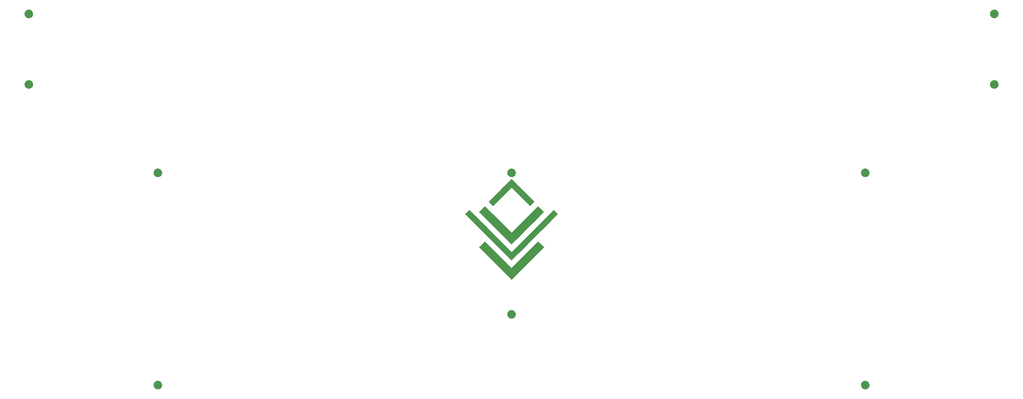
<source format=gbr>
G04 #@! TF.GenerationSoftware,KiCad,Pcbnew,(5.99.0-176-g31e38f2fd)*
G04 #@! TF.CreationDate,2019-12-28T01:19:51+01:00*
G04 #@! TF.ProjectId,5x14_ortho_keyboard_elite-c_backplate,35783134-5f6f-4727-9468-6f5f6b657962,rev?*
G04 #@! TF.SameCoordinates,Original*
G04 #@! TF.FileFunction,Soldermask,Bot*
G04 #@! TF.FilePolarity,Negative*
%FSLAX46Y46*%
G04 Gerber Fmt 4.6, Leading zero omitted, Abs format (unit mm)*
G04 Created by KiCad (PCBNEW (5.99.0-176-g31e38f2fd)) date 2019-12-28 01:19:51*
%MOMM*%
%LPD*%
G04 APERTURE LIST*
%ADD10C,0.010000*%
%ADD11C,0.100000*%
G04 APERTURE END LIST*
D10*
G36*
X149199682Y-83444810D02*
G01*
X149233048Y-83476119D01*
X149294096Y-83535173D01*
X149381411Y-83620566D01*
X149493577Y-83730892D01*
X149629178Y-83864745D01*
X149786800Y-84020720D01*
X149965026Y-84197410D01*
X150162441Y-84393409D01*
X150377630Y-84607313D01*
X150609175Y-84837714D01*
X150855663Y-85083208D01*
X151115678Y-85342388D01*
X151387803Y-85613848D01*
X151670624Y-85896184D01*
X151962724Y-86187988D01*
X152262689Y-86487855D01*
X155310573Y-89535794D01*
X154749836Y-90096830D01*
X154189100Y-90657866D01*
X151691308Y-88160141D01*
X149193517Y-85662416D01*
X144198333Y-90657734D01*
X143637414Y-90096814D01*
X143076494Y-89535895D01*
X146124428Y-86487906D01*
X146297575Y-86314790D01*
X146593198Y-86019379D01*
X146880145Y-85732838D01*
X147156999Y-85456573D01*
X147422345Y-85191991D01*
X147674767Y-84940496D01*
X147912850Y-84703495D01*
X148135177Y-84482394D01*
X148340335Y-84278598D01*
X148526906Y-84093513D01*
X148693475Y-83928544D01*
X148838627Y-83785099D01*
X148960946Y-83664582D01*
X149059017Y-83568400D01*
X149131424Y-83497957D01*
X149176751Y-83454661D01*
X149193583Y-83439917D01*
X149199682Y-83444810D01*
X149199682Y-83444810D01*
G37*
X149199682Y-83444810D02*
X149233048Y-83476119D01*
X149294096Y-83535173D01*
X149381411Y-83620566D01*
X149493577Y-83730892D01*
X149629178Y-83864745D01*
X149786800Y-84020720D01*
X149965026Y-84197410D01*
X150162441Y-84393409D01*
X150377630Y-84607313D01*
X150609175Y-84837714D01*
X150855663Y-85083208D01*
X151115678Y-85342388D01*
X151387803Y-85613848D01*
X151670624Y-85896184D01*
X151962724Y-86187988D01*
X152262689Y-86487855D01*
X155310573Y-89535794D01*
X154749836Y-90096830D01*
X154189100Y-90657866D01*
X151691308Y-88160141D01*
X149193517Y-85662416D01*
X144198333Y-90657734D01*
X143637414Y-90096814D01*
X143076494Y-89535895D01*
X146124428Y-86487906D01*
X146297575Y-86314790D01*
X146593198Y-86019379D01*
X146880145Y-85732838D01*
X147156999Y-85456573D01*
X147422345Y-85191991D01*
X147674767Y-84940496D01*
X147912850Y-84703495D01*
X148135177Y-84482394D01*
X148340335Y-84278598D01*
X148526906Y-84093513D01*
X148693475Y-83928544D01*
X148838627Y-83785099D01*
X148960946Y-83664582D01*
X149059017Y-83568400D01*
X149131424Y-83497957D01*
X149176751Y-83454661D01*
X149193583Y-83439917D01*
X149199682Y-83444810D01*
G36*
X149193552Y-97896734D02*
G01*
X152776020Y-94314313D01*
X156358488Y-90731893D01*
X157914195Y-92287600D01*
X153553902Y-96647931D01*
X149193609Y-101008263D01*
X140472959Y-92287613D01*
X142028695Y-90731877D01*
X149193552Y-97896734D01*
X149193552Y-97896734D01*
G37*
X149193552Y-97896734D02*
X152776020Y-94314313D01*
X156358488Y-90731893D01*
X157914195Y-92287600D01*
X153553902Y-96647931D01*
X149193609Y-101008263D01*
X140472959Y-92287613D01*
X142028695Y-90731877D01*
X149193552Y-97896734D01*
G36*
X161105075Y-92303509D02*
G01*
X161660686Y-92859120D01*
X155427144Y-99092689D01*
X149193601Y-105326259D01*
X142960088Y-99092745D01*
X136726574Y-92859231D01*
X137276676Y-92308824D01*
X137280528Y-92304970D01*
X137406093Y-92179929D01*
X137522587Y-92064996D01*
X137626554Y-91963500D01*
X137714542Y-91878767D01*
X137783095Y-91814123D01*
X137828760Y-91772898D01*
X137848083Y-91758417D01*
X137854455Y-91763853D01*
X137888390Y-91796263D01*
X137950587Y-91856966D01*
X138040012Y-91944932D01*
X138155631Y-92059130D01*
X138296408Y-92198530D01*
X138461311Y-92362102D01*
X138649304Y-92548815D01*
X138859354Y-92757638D01*
X139090425Y-92987542D01*
X139341485Y-93237496D01*
X139611498Y-93506470D01*
X139899431Y-93793433D01*
X140204248Y-94097354D01*
X140524917Y-94417204D01*
X140860401Y-94751952D01*
X141209668Y-95100567D01*
X141571683Y-95462020D01*
X141945412Y-95835279D01*
X142329820Y-96219315D01*
X142723873Y-96613097D01*
X143126537Y-97015594D01*
X143536777Y-97425777D01*
X149204167Y-103093137D01*
X154876816Y-97420518D01*
X160549465Y-91747898D01*
X161105075Y-92303509D01*
X161105075Y-92303509D01*
G37*
X161105075Y-92303509D02*
X161660686Y-92859120D01*
X155427144Y-99092689D01*
X149193601Y-105326259D01*
X142960088Y-99092745D01*
X136726574Y-92859231D01*
X137276676Y-92308824D01*
X137280528Y-92304970D01*
X137406093Y-92179929D01*
X137522587Y-92064996D01*
X137626554Y-91963500D01*
X137714542Y-91878767D01*
X137783095Y-91814123D01*
X137828760Y-91772898D01*
X137848083Y-91758417D01*
X137854455Y-91763853D01*
X137888390Y-91796263D01*
X137950587Y-91856966D01*
X138040012Y-91944932D01*
X138155631Y-92059130D01*
X138296408Y-92198530D01*
X138461311Y-92362102D01*
X138649304Y-92548815D01*
X138859354Y-92757638D01*
X139090425Y-92987542D01*
X139341485Y-93237496D01*
X139611498Y-93506470D01*
X139899431Y-93793433D01*
X140204248Y-94097354D01*
X140524917Y-94417204D01*
X140860401Y-94751952D01*
X141209668Y-95100567D01*
X141571683Y-95462020D01*
X141945412Y-95835279D01*
X142329820Y-96219315D01*
X142723873Y-96613097D01*
X143126537Y-97015594D01*
X143536777Y-97425777D01*
X149204167Y-103093137D01*
X154876816Y-97420518D01*
X160549465Y-91747898D01*
X161105075Y-92303509D01*
G36*
X149193552Y-107421734D02*
G01*
X152776020Y-103839313D01*
X156358488Y-100256893D01*
X157914195Y-101812600D01*
X153553902Y-106172931D01*
X149193609Y-110533263D01*
X140472959Y-101812613D01*
X142028695Y-100256877D01*
X149193552Y-107421734D01*
X149193552Y-107421734D01*
G37*
X149193552Y-107421734D02*
X152776020Y-103839313D01*
X156358488Y-100256893D01*
X157914195Y-101812600D01*
X153553902Y-106172931D01*
X149193609Y-110533263D01*
X140472959Y-101812613D01*
X142028695Y-100256877D01*
X149193552Y-107421734D01*
D11*
G36*
X244517742Y-137753252D02*
G01*
X244541523Y-137752505D01*
X244619921Y-137764082D01*
X244701500Y-137772728D01*
X244724247Y-137779487D01*
X244744783Y-137782520D01*
X244822754Y-137808760D01*
X244904275Y-137832985D01*
X244922713Y-137842400D01*
X244939517Y-137848055D01*
X245014255Y-137889144D01*
X245092674Y-137929186D01*
X245106693Y-137939963D01*
X245119561Y-137947037D01*
X245188190Y-138002611D01*
X245260387Y-138058110D01*
X245270176Y-138069001D01*
X245279238Y-138076339D01*
X245338939Y-138145504D01*
X245401797Y-138215437D01*
X245407859Y-138225349D01*
X245413493Y-138231876D01*
X245461568Y-138313166D01*
X245512168Y-138395900D01*
X245515236Y-138403913D01*
X245518084Y-138408729D01*
X245552154Y-138500339D01*
X245587804Y-138593455D01*
X245588808Y-138598900D01*
X245589700Y-138601298D01*
X245607616Y-138700872D01*
X245626173Y-138801485D01*
X245618823Y-139073116D01*
X245595018Y-139171888D01*
X245572214Y-139269114D01*
X245570798Y-139272387D01*
X245569260Y-139278767D01*
X245528954Y-139369084D01*
X245490613Y-139457686D01*
X245486958Y-139463187D01*
X245483051Y-139471942D01*
X245428631Y-139550976D01*
X245376911Y-139628820D01*
X245370240Y-139635776D01*
X245363082Y-139646172D01*
X245297260Y-139711879D01*
X245234704Y-139777112D01*
X245224451Y-139784561D01*
X245213371Y-139795622D01*
X245139116Y-139846561D01*
X245068480Y-139897881D01*
X245054343Y-139904715D01*
X245038932Y-139915287D01*
X244959362Y-139950631D01*
X244883493Y-139987307D01*
X244865450Y-139992345D01*
X244845606Y-140001159D01*
X244763862Y-140020708D01*
X244685602Y-140042559D01*
X244663931Y-140044607D01*
X244639869Y-140050362D01*
X244558921Y-140054534D01*
X244481054Y-140061894D01*
X244456349Y-140059819D01*
X244428610Y-140061249D01*
X244351221Y-140050992D01*
X244276308Y-140044701D01*
X244249436Y-140037501D01*
X244218905Y-140033454D01*
X244147551Y-140010201D01*
X244077843Y-139991523D01*
X244049930Y-139978388D01*
X244017777Y-139967910D01*
X243954502Y-139933483D01*
X243891937Y-139904042D01*
X243864322Y-139884417D01*
X243831961Y-139866810D01*
X243778361Y-139823328D01*
X243724459Y-139785022D01*
X243698637Y-139758654D01*
X243667681Y-139733541D01*
X243624857Y-139683312D01*
X243580705Y-139638225D01*
X243558260Y-139605198D01*
X243530438Y-139572565D01*
X243498987Y-139517980D01*
X243465216Y-139468288D01*
X243447746Y-139429050D01*
X243424828Y-139389275D01*
X243404854Y-139332714D01*
X243381647Y-139280590D01*
X243370680Y-139235940D01*
X243354389Y-139189808D01*
X243345526Y-139133533D01*
X243332636Y-139081054D01*
X243329560Y-139032153D01*
X243321479Y-138980845D01*
X243322939Y-138926907D01*
X243319736Y-138876002D01*
X243325714Y-138824335D01*
X243327201Y-138769383D01*
X243337837Y-138719558D01*
X243343352Y-138671894D01*
X243359258Y-138619210D01*
X243371363Y-138562505D01*
X243389741Y-138518245D01*
X243402736Y-138475205D01*
X243429092Y-138423479D01*
X243452486Y-138367140D01*
X243476979Y-138329496D01*
X243496016Y-138292134D01*
X243532938Y-138243490D01*
X243567853Y-138189829D01*
X243596712Y-138159471D01*
X243620237Y-138128478D01*
X243667415Y-138085096D01*
X243713601Y-138036511D01*
X243745068Y-138013691D01*
X243771482Y-137989402D01*
X243828149Y-137953440D01*
X243884848Y-137912321D01*
X243917207Y-137896921D01*
X243944956Y-137879311D01*
X244009906Y-137852805D01*
X244075859Y-137821418D01*
X244107560Y-137812953D01*
X244135192Y-137801677D01*
X244206773Y-137786462D01*
X244280238Y-137766846D01*
X244309933Y-137764535D01*
X244336162Y-137758960D01*
X244412337Y-137756566D01*
X244491139Y-137750433D01*
X244517742Y-137753252D01*
X244517742Y-137753252D01*
G37*
G36*
X54017742Y-137753252D02*
G01*
X54041523Y-137752505D01*
X54119921Y-137764082D01*
X54201500Y-137772728D01*
X54224247Y-137779487D01*
X54244783Y-137782520D01*
X54322754Y-137808760D01*
X54404275Y-137832985D01*
X54422713Y-137842400D01*
X54439517Y-137848055D01*
X54514255Y-137889144D01*
X54592674Y-137929186D01*
X54606693Y-137939963D01*
X54619561Y-137947037D01*
X54688190Y-138002611D01*
X54760387Y-138058110D01*
X54770176Y-138069001D01*
X54779238Y-138076339D01*
X54838939Y-138145504D01*
X54901797Y-138215437D01*
X54907859Y-138225349D01*
X54913493Y-138231876D01*
X54961568Y-138313166D01*
X55012168Y-138395900D01*
X55015236Y-138403913D01*
X55018084Y-138408729D01*
X55052154Y-138500339D01*
X55087804Y-138593455D01*
X55088808Y-138598900D01*
X55089700Y-138601298D01*
X55107616Y-138700872D01*
X55126173Y-138801485D01*
X55118823Y-139073116D01*
X55095018Y-139171888D01*
X55072214Y-139269114D01*
X55070798Y-139272387D01*
X55069260Y-139278767D01*
X55028954Y-139369084D01*
X54990613Y-139457686D01*
X54986958Y-139463187D01*
X54983051Y-139471942D01*
X54928631Y-139550976D01*
X54876911Y-139628820D01*
X54870240Y-139635776D01*
X54863082Y-139646172D01*
X54797260Y-139711879D01*
X54734704Y-139777112D01*
X54724451Y-139784561D01*
X54713371Y-139795622D01*
X54639116Y-139846561D01*
X54568480Y-139897881D01*
X54554343Y-139904715D01*
X54538932Y-139915287D01*
X54459362Y-139950631D01*
X54383493Y-139987307D01*
X54365450Y-139992345D01*
X54345606Y-140001159D01*
X54263862Y-140020708D01*
X54185602Y-140042559D01*
X54163931Y-140044607D01*
X54139869Y-140050362D01*
X54058921Y-140054534D01*
X53981054Y-140061894D01*
X53956349Y-140059819D01*
X53928610Y-140061249D01*
X53851221Y-140050992D01*
X53776308Y-140044701D01*
X53749436Y-140037501D01*
X53718905Y-140033454D01*
X53647551Y-140010201D01*
X53577843Y-139991523D01*
X53549930Y-139978388D01*
X53517777Y-139967910D01*
X53454502Y-139933483D01*
X53391937Y-139904042D01*
X53364322Y-139884417D01*
X53331961Y-139866810D01*
X53278361Y-139823328D01*
X53224459Y-139785022D01*
X53198637Y-139758654D01*
X53167681Y-139733541D01*
X53124857Y-139683312D01*
X53080705Y-139638225D01*
X53058260Y-139605198D01*
X53030438Y-139572565D01*
X52998987Y-139517980D01*
X52965216Y-139468288D01*
X52947746Y-139429050D01*
X52924828Y-139389275D01*
X52904854Y-139332714D01*
X52881647Y-139280590D01*
X52870680Y-139235940D01*
X52854389Y-139189808D01*
X52845526Y-139133533D01*
X52832636Y-139081054D01*
X52829560Y-139032153D01*
X52821479Y-138980845D01*
X52822939Y-138926907D01*
X52819736Y-138876002D01*
X52825714Y-138824335D01*
X52827201Y-138769383D01*
X52837837Y-138719558D01*
X52843352Y-138671894D01*
X52859258Y-138619210D01*
X52871363Y-138562505D01*
X52889741Y-138518245D01*
X52902736Y-138475205D01*
X52929092Y-138423479D01*
X52952486Y-138367140D01*
X52976979Y-138329496D01*
X52996016Y-138292134D01*
X53032938Y-138243490D01*
X53067853Y-138189829D01*
X53096712Y-138159471D01*
X53120237Y-138128478D01*
X53167415Y-138085096D01*
X53213601Y-138036511D01*
X53245068Y-138013691D01*
X53271482Y-137989402D01*
X53328149Y-137953440D01*
X53384848Y-137912321D01*
X53417207Y-137896921D01*
X53444956Y-137879311D01*
X53509906Y-137852805D01*
X53575859Y-137821418D01*
X53607560Y-137812953D01*
X53635192Y-137801677D01*
X53706773Y-137786462D01*
X53780238Y-137766846D01*
X53809933Y-137764535D01*
X53836162Y-137758960D01*
X53912337Y-137756566D01*
X53991139Y-137750433D01*
X54017742Y-137753252D01*
X54017742Y-137753252D01*
G37*
G36*
X149267742Y-118703252D02*
G01*
X149291523Y-118702505D01*
X149369921Y-118714082D01*
X149451500Y-118722728D01*
X149474247Y-118729487D01*
X149494783Y-118732520D01*
X149572754Y-118758760D01*
X149654275Y-118782985D01*
X149672713Y-118792400D01*
X149689517Y-118798055D01*
X149764255Y-118839144D01*
X149842674Y-118879186D01*
X149856693Y-118889963D01*
X149869561Y-118897037D01*
X149938190Y-118952611D01*
X150010387Y-119008110D01*
X150020176Y-119019001D01*
X150029238Y-119026339D01*
X150088939Y-119095504D01*
X150151797Y-119165437D01*
X150157859Y-119175349D01*
X150163493Y-119181876D01*
X150211568Y-119263166D01*
X150262168Y-119345900D01*
X150265236Y-119353913D01*
X150268084Y-119358729D01*
X150302154Y-119450339D01*
X150337804Y-119543455D01*
X150338808Y-119548900D01*
X150339700Y-119551298D01*
X150357616Y-119650872D01*
X150376173Y-119751485D01*
X150368823Y-120023116D01*
X150345018Y-120121888D01*
X150322214Y-120219114D01*
X150320798Y-120222387D01*
X150319260Y-120228767D01*
X150278954Y-120319084D01*
X150240613Y-120407686D01*
X150236958Y-120413187D01*
X150233051Y-120421942D01*
X150178631Y-120500976D01*
X150126911Y-120578820D01*
X150120240Y-120585776D01*
X150113082Y-120596172D01*
X150047260Y-120661879D01*
X149984704Y-120727112D01*
X149974451Y-120734561D01*
X149963371Y-120745622D01*
X149889116Y-120796561D01*
X149818480Y-120847881D01*
X149804343Y-120854715D01*
X149788932Y-120865287D01*
X149709362Y-120900631D01*
X149633493Y-120937307D01*
X149615450Y-120942345D01*
X149595606Y-120951159D01*
X149513862Y-120970708D01*
X149435602Y-120992559D01*
X149413931Y-120994607D01*
X149389869Y-121000362D01*
X149308921Y-121004534D01*
X149231054Y-121011894D01*
X149206349Y-121009819D01*
X149178610Y-121011249D01*
X149101221Y-121000992D01*
X149026308Y-120994701D01*
X148999436Y-120987501D01*
X148968905Y-120983454D01*
X148897551Y-120960201D01*
X148827843Y-120941523D01*
X148799930Y-120928388D01*
X148767777Y-120917910D01*
X148704502Y-120883483D01*
X148641937Y-120854042D01*
X148614322Y-120834417D01*
X148581961Y-120816810D01*
X148528361Y-120773328D01*
X148474459Y-120735022D01*
X148448637Y-120708654D01*
X148417681Y-120683541D01*
X148374857Y-120633312D01*
X148330705Y-120588225D01*
X148308260Y-120555198D01*
X148280438Y-120522565D01*
X148248987Y-120467980D01*
X148215216Y-120418288D01*
X148197746Y-120379050D01*
X148174828Y-120339275D01*
X148154854Y-120282714D01*
X148131647Y-120230590D01*
X148120680Y-120185940D01*
X148104389Y-120139808D01*
X148095526Y-120083533D01*
X148082636Y-120031054D01*
X148079560Y-119982153D01*
X148071479Y-119930845D01*
X148072939Y-119876907D01*
X148069736Y-119826002D01*
X148075714Y-119774335D01*
X148077201Y-119719383D01*
X148087837Y-119669558D01*
X148093352Y-119621894D01*
X148109258Y-119569210D01*
X148121363Y-119512505D01*
X148139741Y-119468245D01*
X148152736Y-119425205D01*
X148179092Y-119373479D01*
X148202486Y-119317140D01*
X148226979Y-119279496D01*
X148246016Y-119242134D01*
X148282938Y-119193490D01*
X148317853Y-119139829D01*
X148346712Y-119109471D01*
X148370237Y-119078478D01*
X148417415Y-119035096D01*
X148463601Y-118986511D01*
X148495068Y-118963691D01*
X148521482Y-118939402D01*
X148578149Y-118903440D01*
X148634848Y-118862321D01*
X148667207Y-118846921D01*
X148694956Y-118829311D01*
X148759906Y-118802805D01*
X148825859Y-118771418D01*
X148857560Y-118762953D01*
X148885192Y-118751677D01*
X148956773Y-118736462D01*
X149030238Y-118716846D01*
X149059933Y-118714535D01*
X149086162Y-118708960D01*
X149162337Y-118706566D01*
X149241139Y-118700433D01*
X149267742Y-118703252D01*
X149267742Y-118703252D01*
G37*
G36*
X54017742Y-80603252D02*
G01*
X54041523Y-80602505D01*
X54119921Y-80614082D01*
X54201500Y-80622728D01*
X54224247Y-80629487D01*
X54244783Y-80632520D01*
X54322754Y-80658760D01*
X54404275Y-80682985D01*
X54422713Y-80692400D01*
X54439517Y-80698055D01*
X54514255Y-80739144D01*
X54592674Y-80779186D01*
X54606693Y-80789963D01*
X54619561Y-80797037D01*
X54688190Y-80852611D01*
X54760387Y-80908110D01*
X54770176Y-80919001D01*
X54779238Y-80926339D01*
X54838939Y-80995504D01*
X54901797Y-81065437D01*
X54907859Y-81075349D01*
X54913493Y-81081876D01*
X54961568Y-81163166D01*
X55012168Y-81245900D01*
X55015236Y-81253913D01*
X55018084Y-81258729D01*
X55052154Y-81350339D01*
X55087804Y-81443455D01*
X55088808Y-81448900D01*
X55089700Y-81451298D01*
X55107616Y-81550872D01*
X55126173Y-81651485D01*
X55118823Y-81923116D01*
X55095018Y-82021888D01*
X55072214Y-82119114D01*
X55070798Y-82122387D01*
X55069260Y-82128767D01*
X55028954Y-82219084D01*
X54990613Y-82307686D01*
X54986958Y-82313187D01*
X54983051Y-82321942D01*
X54928631Y-82400976D01*
X54876911Y-82478820D01*
X54870240Y-82485776D01*
X54863082Y-82496172D01*
X54797260Y-82561879D01*
X54734704Y-82627112D01*
X54724451Y-82634561D01*
X54713371Y-82645622D01*
X54639116Y-82696561D01*
X54568480Y-82747881D01*
X54554343Y-82754715D01*
X54538932Y-82765287D01*
X54459362Y-82800631D01*
X54383493Y-82837307D01*
X54365450Y-82842345D01*
X54345606Y-82851159D01*
X54263862Y-82870708D01*
X54185602Y-82892559D01*
X54163931Y-82894607D01*
X54139869Y-82900362D01*
X54058921Y-82904534D01*
X53981054Y-82911894D01*
X53956349Y-82909819D01*
X53928610Y-82911249D01*
X53851221Y-82900992D01*
X53776308Y-82894701D01*
X53749436Y-82887501D01*
X53718905Y-82883454D01*
X53647551Y-82860201D01*
X53577843Y-82841523D01*
X53549930Y-82828388D01*
X53517777Y-82817910D01*
X53454502Y-82783483D01*
X53391937Y-82754042D01*
X53364322Y-82734417D01*
X53331961Y-82716810D01*
X53278361Y-82673328D01*
X53224459Y-82635022D01*
X53198637Y-82608654D01*
X53167681Y-82583541D01*
X53124857Y-82533312D01*
X53080705Y-82488225D01*
X53058260Y-82455198D01*
X53030438Y-82422565D01*
X52998987Y-82367980D01*
X52965216Y-82318288D01*
X52947746Y-82279050D01*
X52924828Y-82239275D01*
X52904854Y-82182714D01*
X52881647Y-82130590D01*
X52870680Y-82085940D01*
X52854389Y-82039808D01*
X52845526Y-81983533D01*
X52832636Y-81931054D01*
X52829560Y-81882153D01*
X52821479Y-81830845D01*
X52822939Y-81776907D01*
X52819736Y-81726002D01*
X52825714Y-81674335D01*
X52827201Y-81619383D01*
X52837837Y-81569558D01*
X52843352Y-81521894D01*
X52859258Y-81469210D01*
X52871363Y-81412505D01*
X52889741Y-81368245D01*
X52902736Y-81325205D01*
X52929092Y-81273479D01*
X52952486Y-81217140D01*
X52976979Y-81179496D01*
X52996016Y-81142134D01*
X53032938Y-81093490D01*
X53067853Y-81039829D01*
X53096712Y-81009471D01*
X53120237Y-80978478D01*
X53167415Y-80935096D01*
X53213601Y-80886511D01*
X53245068Y-80863691D01*
X53271482Y-80839402D01*
X53328149Y-80803440D01*
X53384848Y-80762321D01*
X53417207Y-80746921D01*
X53444956Y-80729311D01*
X53509906Y-80702805D01*
X53575859Y-80671418D01*
X53607560Y-80662953D01*
X53635192Y-80651677D01*
X53706773Y-80636462D01*
X53780238Y-80616846D01*
X53809933Y-80614535D01*
X53836162Y-80608960D01*
X53912337Y-80606566D01*
X53991139Y-80600433D01*
X54017742Y-80603252D01*
X54017742Y-80603252D01*
G37*
G36*
X244517742Y-80603252D02*
G01*
X244541523Y-80602505D01*
X244619921Y-80614082D01*
X244701500Y-80622728D01*
X244724247Y-80629487D01*
X244744783Y-80632520D01*
X244822754Y-80658760D01*
X244904275Y-80682985D01*
X244922713Y-80692400D01*
X244939517Y-80698055D01*
X245014255Y-80739144D01*
X245092674Y-80779186D01*
X245106693Y-80789963D01*
X245119561Y-80797037D01*
X245188190Y-80852611D01*
X245260387Y-80908110D01*
X245270176Y-80919001D01*
X245279238Y-80926339D01*
X245338939Y-80995504D01*
X245401797Y-81065437D01*
X245407859Y-81075349D01*
X245413493Y-81081876D01*
X245461568Y-81163166D01*
X245512168Y-81245900D01*
X245515236Y-81253913D01*
X245518084Y-81258729D01*
X245552154Y-81350339D01*
X245587804Y-81443455D01*
X245588808Y-81448900D01*
X245589700Y-81451298D01*
X245607616Y-81550872D01*
X245626173Y-81651485D01*
X245618823Y-81923116D01*
X245595018Y-82021888D01*
X245572214Y-82119114D01*
X245570798Y-82122387D01*
X245569260Y-82128767D01*
X245528954Y-82219084D01*
X245490613Y-82307686D01*
X245486958Y-82313187D01*
X245483051Y-82321942D01*
X245428631Y-82400976D01*
X245376911Y-82478820D01*
X245370240Y-82485776D01*
X245363082Y-82496172D01*
X245297260Y-82561879D01*
X245234704Y-82627112D01*
X245224451Y-82634561D01*
X245213371Y-82645622D01*
X245139116Y-82696561D01*
X245068480Y-82747881D01*
X245054343Y-82754715D01*
X245038932Y-82765287D01*
X244959362Y-82800631D01*
X244883493Y-82837307D01*
X244865450Y-82842345D01*
X244845606Y-82851159D01*
X244763862Y-82870708D01*
X244685602Y-82892559D01*
X244663931Y-82894607D01*
X244639869Y-82900362D01*
X244558921Y-82904534D01*
X244481054Y-82911894D01*
X244456349Y-82909819D01*
X244428610Y-82911249D01*
X244351221Y-82900992D01*
X244276308Y-82894701D01*
X244249436Y-82887501D01*
X244218905Y-82883454D01*
X244147551Y-82860201D01*
X244077843Y-82841523D01*
X244049930Y-82828388D01*
X244017777Y-82817910D01*
X243954502Y-82783483D01*
X243891937Y-82754042D01*
X243864322Y-82734417D01*
X243831961Y-82716810D01*
X243778361Y-82673328D01*
X243724459Y-82635022D01*
X243698637Y-82608654D01*
X243667681Y-82583541D01*
X243624857Y-82533312D01*
X243580705Y-82488225D01*
X243558260Y-82455198D01*
X243530438Y-82422565D01*
X243498987Y-82367980D01*
X243465216Y-82318288D01*
X243447746Y-82279050D01*
X243424828Y-82239275D01*
X243404854Y-82182714D01*
X243381647Y-82130590D01*
X243370680Y-82085940D01*
X243354389Y-82039808D01*
X243345526Y-81983533D01*
X243332636Y-81931054D01*
X243329560Y-81882153D01*
X243321479Y-81830845D01*
X243322939Y-81776907D01*
X243319736Y-81726002D01*
X243325714Y-81674335D01*
X243327201Y-81619383D01*
X243337837Y-81569558D01*
X243343352Y-81521894D01*
X243359258Y-81469210D01*
X243371363Y-81412505D01*
X243389741Y-81368245D01*
X243402736Y-81325205D01*
X243429092Y-81273479D01*
X243452486Y-81217140D01*
X243476979Y-81179496D01*
X243496016Y-81142134D01*
X243532938Y-81093490D01*
X243567853Y-81039829D01*
X243596712Y-81009471D01*
X243620237Y-80978478D01*
X243667415Y-80935096D01*
X243713601Y-80886511D01*
X243745068Y-80863691D01*
X243771482Y-80839402D01*
X243828149Y-80803440D01*
X243884848Y-80762321D01*
X243917207Y-80746921D01*
X243944956Y-80729311D01*
X244009906Y-80702805D01*
X244075859Y-80671418D01*
X244107560Y-80662953D01*
X244135192Y-80651677D01*
X244206773Y-80636462D01*
X244280238Y-80616846D01*
X244309933Y-80614535D01*
X244336162Y-80608960D01*
X244412337Y-80606566D01*
X244491139Y-80600433D01*
X244517742Y-80603252D01*
X244517742Y-80603252D01*
G37*
G36*
X149267742Y-80603252D02*
G01*
X149291523Y-80602505D01*
X149369921Y-80614082D01*
X149451500Y-80622728D01*
X149474247Y-80629487D01*
X149494783Y-80632520D01*
X149572754Y-80658760D01*
X149654275Y-80682985D01*
X149672713Y-80692400D01*
X149689517Y-80698055D01*
X149764255Y-80739144D01*
X149842674Y-80779186D01*
X149856693Y-80789963D01*
X149869561Y-80797037D01*
X149938190Y-80852611D01*
X150010387Y-80908110D01*
X150020176Y-80919001D01*
X150029238Y-80926339D01*
X150088939Y-80995504D01*
X150151797Y-81065437D01*
X150157859Y-81075349D01*
X150163493Y-81081876D01*
X150211568Y-81163166D01*
X150262168Y-81245900D01*
X150265236Y-81253913D01*
X150268084Y-81258729D01*
X150302154Y-81350339D01*
X150337804Y-81443455D01*
X150338808Y-81448900D01*
X150339700Y-81451298D01*
X150357616Y-81550872D01*
X150376173Y-81651485D01*
X150368823Y-81923116D01*
X150345018Y-82021888D01*
X150322214Y-82119114D01*
X150320798Y-82122387D01*
X150319260Y-82128767D01*
X150278954Y-82219084D01*
X150240613Y-82307686D01*
X150236958Y-82313187D01*
X150233051Y-82321942D01*
X150178631Y-82400976D01*
X150126911Y-82478820D01*
X150120240Y-82485776D01*
X150113082Y-82496172D01*
X150047260Y-82561879D01*
X149984704Y-82627112D01*
X149974451Y-82634561D01*
X149963371Y-82645622D01*
X149889116Y-82696561D01*
X149818480Y-82747881D01*
X149804343Y-82754715D01*
X149788932Y-82765287D01*
X149709362Y-82800631D01*
X149633493Y-82837307D01*
X149615450Y-82842345D01*
X149595606Y-82851159D01*
X149513862Y-82870708D01*
X149435602Y-82892559D01*
X149413931Y-82894607D01*
X149389869Y-82900362D01*
X149308921Y-82904534D01*
X149231054Y-82911894D01*
X149206349Y-82909819D01*
X149178610Y-82911249D01*
X149101221Y-82900992D01*
X149026308Y-82894701D01*
X148999436Y-82887501D01*
X148968905Y-82883454D01*
X148897551Y-82860201D01*
X148827843Y-82841523D01*
X148799930Y-82828388D01*
X148767777Y-82817910D01*
X148704502Y-82783483D01*
X148641937Y-82754042D01*
X148614322Y-82734417D01*
X148581961Y-82716810D01*
X148528361Y-82673328D01*
X148474459Y-82635022D01*
X148448637Y-82608654D01*
X148417681Y-82583541D01*
X148374857Y-82533312D01*
X148330705Y-82488225D01*
X148308260Y-82455198D01*
X148280438Y-82422565D01*
X148248987Y-82367980D01*
X148215216Y-82318288D01*
X148197746Y-82279050D01*
X148174828Y-82239275D01*
X148154854Y-82182714D01*
X148131647Y-82130590D01*
X148120680Y-82085940D01*
X148104389Y-82039808D01*
X148095526Y-81983533D01*
X148082636Y-81931054D01*
X148079560Y-81882153D01*
X148071479Y-81830845D01*
X148072939Y-81776907D01*
X148069736Y-81726002D01*
X148075714Y-81674335D01*
X148077201Y-81619383D01*
X148087837Y-81569558D01*
X148093352Y-81521894D01*
X148109258Y-81469210D01*
X148121363Y-81412505D01*
X148139741Y-81368245D01*
X148152736Y-81325205D01*
X148179092Y-81273479D01*
X148202486Y-81217140D01*
X148226979Y-81179496D01*
X148246016Y-81142134D01*
X148282938Y-81093490D01*
X148317853Y-81039829D01*
X148346712Y-81009471D01*
X148370237Y-80978478D01*
X148417415Y-80935096D01*
X148463601Y-80886511D01*
X148495068Y-80863691D01*
X148521482Y-80839402D01*
X148578149Y-80803440D01*
X148634848Y-80762321D01*
X148667207Y-80746921D01*
X148694956Y-80729311D01*
X148759906Y-80702805D01*
X148825859Y-80671418D01*
X148857560Y-80662953D01*
X148885192Y-80651677D01*
X148956773Y-80636462D01*
X149030238Y-80616846D01*
X149059933Y-80614535D01*
X149086162Y-80608960D01*
X149162337Y-80606566D01*
X149241139Y-80600433D01*
X149267742Y-80603252D01*
X149267742Y-80603252D01*
G37*
G36*
X19267742Y-56803252D02*
G01*
X19291523Y-56802505D01*
X19369921Y-56814082D01*
X19451500Y-56822728D01*
X19474247Y-56829487D01*
X19494783Y-56832520D01*
X19572754Y-56858760D01*
X19654275Y-56882985D01*
X19672713Y-56892400D01*
X19689517Y-56898055D01*
X19764255Y-56939144D01*
X19842674Y-56979186D01*
X19856693Y-56989963D01*
X19869561Y-56997037D01*
X19938190Y-57052611D01*
X20010387Y-57108110D01*
X20020176Y-57119001D01*
X20029238Y-57126339D01*
X20088939Y-57195504D01*
X20151797Y-57265437D01*
X20157859Y-57275349D01*
X20163493Y-57281876D01*
X20211568Y-57363166D01*
X20262168Y-57445900D01*
X20265236Y-57453913D01*
X20268084Y-57458729D01*
X20302154Y-57550339D01*
X20337804Y-57643455D01*
X20338808Y-57648900D01*
X20339700Y-57651298D01*
X20357616Y-57750872D01*
X20376173Y-57851485D01*
X20368823Y-58123116D01*
X20345018Y-58221888D01*
X20322214Y-58319114D01*
X20320798Y-58322387D01*
X20319260Y-58328767D01*
X20278954Y-58419084D01*
X20240613Y-58507686D01*
X20236958Y-58513187D01*
X20233051Y-58521942D01*
X20178631Y-58600976D01*
X20126911Y-58678820D01*
X20120240Y-58685776D01*
X20113082Y-58696172D01*
X20047260Y-58761879D01*
X19984704Y-58827112D01*
X19974451Y-58834561D01*
X19963371Y-58845622D01*
X19889116Y-58896561D01*
X19818480Y-58947881D01*
X19804343Y-58954715D01*
X19788932Y-58965287D01*
X19709362Y-59000631D01*
X19633493Y-59037307D01*
X19615450Y-59042345D01*
X19595606Y-59051159D01*
X19513862Y-59070708D01*
X19435602Y-59092559D01*
X19413931Y-59094607D01*
X19389869Y-59100362D01*
X19308921Y-59104534D01*
X19231054Y-59111894D01*
X19206349Y-59109819D01*
X19178610Y-59111249D01*
X19101221Y-59100992D01*
X19026308Y-59094701D01*
X18999436Y-59087501D01*
X18968905Y-59083454D01*
X18897551Y-59060201D01*
X18827843Y-59041523D01*
X18799930Y-59028388D01*
X18767777Y-59017910D01*
X18704502Y-58983483D01*
X18641937Y-58954042D01*
X18614322Y-58934417D01*
X18581961Y-58916810D01*
X18528361Y-58873328D01*
X18474459Y-58835022D01*
X18448637Y-58808654D01*
X18417681Y-58783541D01*
X18374857Y-58733312D01*
X18330705Y-58688225D01*
X18308260Y-58655198D01*
X18280438Y-58622565D01*
X18248987Y-58567980D01*
X18215216Y-58518288D01*
X18197746Y-58479050D01*
X18174828Y-58439275D01*
X18154854Y-58382714D01*
X18131647Y-58330590D01*
X18120680Y-58285940D01*
X18104389Y-58239808D01*
X18095526Y-58183533D01*
X18082636Y-58131054D01*
X18079560Y-58082153D01*
X18071479Y-58030845D01*
X18072939Y-57976907D01*
X18069736Y-57926002D01*
X18075714Y-57874335D01*
X18077201Y-57819383D01*
X18087837Y-57769558D01*
X18093352Y-57721894D01*
X18109258Y-57669210D01*
X18121363Y-57612505D01*
X18139741Y-57568245D01*
X18152736Y-57525205D01*
X18179092Y-57473479D01*
X18202486Y-57417140D01*
X18226979Y-57379496D01*
X18246016Y-57342134D01*
X18282938Y-57293490D01*
X18317853Y-57239829D01*
X18346712Y-57209471D01*
X18370237Y-57178478D01*
X18417415Y-57135096D01*
X18463601Y-57086511D01*
X18495068Y-57063691D01*
X18521482Y-57039402D01*
X18578149Y-57003440D01*
X18634848Y-56962321D01*
X18667207Y-56946921D01*
X18694956Y-56929311D01*
X18759906Y-56902805D01*
X18825859Y-56871418D01*
X18857560Y-56862953D01*
X18885192Y-56851677D01*
X18956773Y-56836462D01*
X19030238Y-56816846D01*
X19059933Y-56814535D01*
X19086162Y-56808960D01*
X19162337Y-56806566D01*
X19241139Y-56800433D01*
X19267742Y-56803252D01*
X19267742Y-56803252D01*
G37*
G36*
X279267742Y-56803252D02*
G01*
X279291523Y-56802505D01*
X279369921Y-56814082D01*
X279451500Y-56822728D01*
X279474247Y-56829487D01*
X279494783Y-56832520D01*
X279572754Y-56858760D01*
X279654275Y-56882985D01*
X279672713Y-56892400D01*
X279689517Y-56898055D01*
X279764255Y-56939144D01*
X279842674Y-56979186D01*
X279856693Y-56989963D01*
X279869561Y-56997037D01*
X279938190Y-57052611D01*
X280010387Y-57108110D01*
X280020176Y-57119001D01*
X280029238Y-57126339D01*
X280088939Y-57195504D01*
X280151797Y-57265437D01*
X280157859Y-57275349D01*
X280163493Y-57281876D01*
X280211568Y-57363166D01*
X280262168Y-57445900D01*
X280265236Y-57453913D01*
X280268084Y-57458729D01*
X280302154Y-57550339D01*
X280337804Y-57643455D01*
X280338808Y-57648900D01*
X280339700Y-57651298D01*
X280357616Y-57750872D01*
X280376173Y-57851485D01*
X280368823Y-58123116D01*
X280345018Y-58221888D01*
X280322214Y-58319114D01*
X280320798Y-58322387D01*
X280319260Y-58328767D01*
X280278954Y-58419084D01*
X280240613Y-58507686D01*
X280236958Y-58513187D01*
X280233051Y-58521942D01*
X280178631Y-58600976D01*
X280126911Y-58678820D01*
X280120240Y-58685776D01*
X280113082Y-58696172D01*
X280047260Y-58761879D01*
X279984704Y-58827112D01*
X279974451Y-58834561D01*
X279963371Y-58845622D01*
X279889116Y-58896561D01*
X279818480Y-58947881D01*
X279804343Y-58954715D01*
X279788932Y-58965287D01*
X279709362Y-59000631D01*
X279633493Y-59037307D01*
X279615450Y-59042345D01*
X279595606Y-59051159D01*
X279513862Y-59070708D01*
X279435602Y-59092559D01*
X279413931Y-59094607D01*
X279389869Y-59100362D01*
X279308921Y-59104534D01*
X279231054Y-59111894D01*
X279206349Y-59109819D01*
X279178610Y-59111249D01*
X279101221Y-59100992D01*
X279026308Y-59094701D01*
X278999436Y-59087501D01*
X278968905Y-59083454D01*
X278897551Y-59060201D01*
X278827843Y-59041523D01*
X278799930Y-59028388D01*
X278767777Y-59017910D01*
X278704502Y-58983483D01*
X278641937Y-58954042D01*
X278614322Y-58934417D01*
X278581961Y-58916810D01*
X278528361Y-58873328D01*
X278474459Y-58835022D01*
X278448637Y-58808654D01*
X278417681Y-58783541D01*
X278374857Y-58733312D01*
X278330705Y-58688225D01*
X278308260Y-58655198D01*
X278280438Y-58622565D01*
X278248987Y-58567980D01*
X278215216Y-58518288D01*
X278197746Y-58479050D01*
X278174828Y-58439275D01*
X278154854Y-58382714D01*
X278131647Y-58330590D01*
X278120680Y-58285940D01*
X278104389Y-58239808D01*
X278095526Y-58183533D01*
X278082636Y-58131054D01*
X278079560Y-58082153D01*
X278071479Y-58030845D01*
X278072939Y-57976907D01*
X278069736Y-57926002D01*
X278075714Y-57874335D01*
X278077201Y-57819383D01*
X278087837Y-57769558D01*
X278093352Y-57721894D01*
X278109258Y-57669210D01*
X278121363Y-57612505D01*
X278139741Y-57568245D01*
X278152736Y-57525205D01*
X278179092Y-57473479D01*
X278202486Y-57417140D01*
X278226979Y-57379496D01*
X278246016Y-57342134D01*
X278282938Y-57293490D01*
X278317853Y-57239829D01*
X278346712Y-57209471D01*
X278370237Y-57178478D01*
X278417415Y-57135096D01*
X278463601Y-57086511D01*
X278495068Y-57063691D01*
X278521482Y-57039402D01*
X278578149Y-57003440D01*
X278634848Y-56962321D01*
X278667207Y-56946921D01*
X278694956Y-56929311D01*
X278759906Y-56902805D01*
X278825859Y-56871418D01*
X278857560Y-56862953D01*
X278885192Y-56851677D01*
X278956773Y-56836462D01*
X279030238Y-56816846D01*
X279059933Y-56814535D01*
X279086162Y-56808960D01*
X279162337Y-56806566D01*
X279241139Y-56800433D01*
X279267742Y-56803252D01*
X279267742Y-56803252D01*
G37*
G36*
X279267742Y-37803252D02*
G01*
X279291523Y-37802505D01*
X279369921Y-37814082D01*
X279451500Y-37822728D01*
X279474247Y-37829487D01*
X279494783Y-37832520D01*
X279572754Y-37858760D01*
X279654275Y-37882985D01*
X279672713Y-37892400D01*
X279689517Y-37898055D01*
X279764255Y-37939144D01*
X279842674Y-37979186D01*
X279856693Y-37989963D01*
X279869561Y-37997037D01*
X279938190Y-38052611D01*
X280010387Y-38108110D01*
X280020176Y-38119001D01*
X280029238Y-38126339D01*
X280088939Y-38195504D01*
X280151797Y-38265437D01*
X280157859Y-38275349D01*
X280163493Y-38281876D01*
X280211568Y-38363166D01*
X280262168Y-38445900D01*
X280265236Y-38453913D01*
X280268084Y-38458729D01*
X280302154Y-38550339D01*
X280337804Y-38643455D01*
X280338808Y-38648900D01*
X280339700Y-38651298D01*
X280357616Y-38750872D01*
X280376173Y-38851485D01*
X280368823Y-39123116D01*
X280345018Y-39221888D01*
X280322214Y-39319114D01*
X280320798Y-39322387D01*
X280319260Y-39328767D01*
X280278954Y-39419084D01*
X280240613Y-39507686D01*
X280236958Y-39513187D01*
X280233051Y-39521942D01*
X280178631Y-39600976D01*
X280126911Y-39678820D01*
X280120240Y-39685776D01*
X280113082Y-39696172D01*
X280047260Y-39761879D01*
X279984704Y-39827112D01*
X279974451Y-39834561D01*
X279963371Y-39845622D01*
X279889116Y-39896561D01*
X279818480Y-39947881D01*
X279804343Y-39954715D01*
X279788932Y-39965287D01*
X279709362Y-40000631D01*
X279633493Y-40037307D01*
X279615450Y-40042345D01*
X279595606Y-40051159D01*
X279513862Y-40070708D01*
X279435602Y-40092559D01*
X279413931Y-40094607D01*
X279389869Y-40100362D01*
X279308921Y-40104534D01*
X279231054Y-40111894D01*
X279206349Y-40109819D01*
X279178610Y-40111249D01*
X279101221Y-40100992D01*
X279026308Y-40094701D01*
X278999436Y-40087501D01*
X278968905Y-40083454D01*
X278897551Y-40060201D01*
X278827843Y-40041523D01*
X278799930Y-40028388D01*
X278767777Y-40017910D01*
X278704502Y-39983483D01*
X278641937Y-39954042D01*
X278614322Y-39934417D01*
X278581961Y-39916810D01*
X278528361Y-39873328D01*
X278474459Y-39835022D01*
X278448637Y-39808654D01*
X278417681Y-39783541D01*
X278374857Y-39733312D01*
X278330705Y-39688225D01*
X278308260Y-39655198D01*
X278280438Y-39622565D01*
X278248987Y-39567980D01*
X278215216Y-39518288D01*
X278197746Y-39479050D01*
X278174828Y-39439275D01*
X278154854Y-39382714D01*
X278131647Y-39330590D01*
X278120680Y-39285940D01*
X278104389Y-39239808D01*
X278095526Y-39183533D01*
X278082636Y-39131054D01*
X278079560Y-39082153D01*
X278071479Y-39030845D01*
X278072939Y-38976907D01*
X278069736Y-38926002D01*
X278075714Y-38874335D01*
X278077201Y-38819383D01*
X278087837Y-38769558D01*
X278093352Y-38721894D01*
X278109258Y-38669210D01*
X278121363Y-38612505D01*
X278139741Y-38568245D01*
X278152736Y-38525205D01*
X278179092Y-38473479D01*
X278202486Y-38417140D01*
X278226979Y-38379496D01*
X278246016Y-38342134D01*
X278282938Y-38293490D01*
X278317853Y-38239829D01*
X278346712Y-38209471D01*
X278370237Y-38178478D01*
X278417415Y-38135096D01*
X278463601Y-38086511D01*
X278495068Y-38063691D01*
X278521482Y-38039402D01*
X278578149Y-38003440D01*
X278634848Y-37962321D01*
X278667207Y-37946921D01*
X278694956Y-37929311D01*
X278759906Y-37902805D01*
X278825859Y-37871418D01*
X278857560Y-37862953D01*
X278885192Y-37851677D01*
X278956773Y-37836462D01*
X279030238Y-37816846D01*
X279059933Y-37814535D01*
X279086162Y-37808960D01*
X279162337Y-37806566D01*
X279241139Y-37800433D01*
X279267742Y-37803252D01*
X279267742Y-37803252D01*
G37*
G36*
X19267742Y-37803252D02*
G01*
X19291523Y-37802505D01*
X19369921Y-37814082D01*
X19451500Y-37822728D01*
X19474247Y-37829487D01*
X19494783Y-37832520D01*
X19572754Y-37858760D01*
X19654275Y-37882985D01*
X19672713Y-37892400D01*
X19689517Y-37898055D01*
X19764255Y-37939144D01*
X19842674Y-37979186D01*
X19856693Y-37989963D01*
X19869561Y-37997037D01*
X19938190Y-38052611D01*
X20010387Y-38108110D01*
X20020176Y-38119001D01*
X20029238Y-38126339D01*
X20088939Y-38195504D01*
X20151797Y-38265437D01*
X20157859Y-38275349D01*
X20163493Y-38281876D01*
X20211568Y-38363166D01*
X20262168Y-38445900D01*
X20265236Y-38453913D01*
X20268084Y-38458729D01*
X20302154Y-38550339D01*
X20337804Y-38643455D01*
X20338808Y-38648900D01*
X20339700Y-38651298D01*
X20357616Y-38750872D01*
X20376173Y-38851485D01*
X20368823Y-39123116D01*
X20345018Y-39221888D01*
X20322214Y-39319114D01*
X20320798Y-39322387D01*
X20319260Y-39328767D01*
X20278954Y-39419084D01*
X20240613Y-39507686D01*
X20236958Y-39513187D01*
X20233051Y-39521942D01*
X20178631Y-39600976D01*
X20126911Y-39678820D01*
X20120240Y-39685776D01*
X20113082Y-39696172D01*
X20047260Y-39761879D01*
X19984704Y-39827112D01*
X19974451Y-39834561D01*
X19963371Y-39845622D01*
X19889116Y-39896561D01*
X19818480Y-39947881D01*
X19804343Y-39954715D01*
X19788932Y-39965287D01*
X19709362Y-40000631D01*
X19633493Y-40037307D01*
X19615450Y-40042345D01*
X19595606Y-40051159D01*
X19513862Y-40070708D01*
X19435602Y-40092559D01*
X19413931Y-40094607D01*
X19389869Y-40100362D01*
X19308921Y-40104534D01*
X19231054Y-40111894D01*
X19206349Y-40109819D01*
X19178610Y-40111249D01*
X19101221Y-40100992D01*
X19026308Y-40094701D01*
X18999436Y-40087501D01*
X18968905Y-40083454D01*
X18897551Y-40060201D01*
X18827843Y-40041523D01*
X18799930Y-40028388D01*
X18767777Y-40017910D01*
X18704502Y-39983483D01*
X18641937Y-39954042D01*
X18614322Y-39934417D01*
X18581961Y-39916810D01*
X18528361Y-39873328D01*
X18474459Y-39835022D01*
X18448637Y-39808654D01*
X18417681Y-39783541D01*
X18374857Y-39733312D01*
X18330705Y-39688225D01*
X18308260Y-39655198D01*
X18280438Y-39622565D01*
X18248987Y-39567980D01*
X18215216Y-39518288D01*
X18197746Y-39479050D01*
X18174828Y-39439275D01*
X18154854Y-39382714D01*
X18131647Y-39330590D01*
X18120680Y-39285940D01*
X18104389Y-39239808D01*
X18095526Y-39183533D01*
X18082636Y-39131054D01*
X18079560Y-39082153D01*
X18071479Y-39030845D01*
X18072939Y-38976907D01*
X18069736Y-38926002D01*
X18075714Y-38874335D01*
X18077201Y-38819383D01*
X18087837Y-38769558D01*
X18093352Y-38721894D01*
X18109258Y-38669210D01*
X18121363Y-38612505D01*
X18139741Y-38568245D01*
X18152736Y-38525205D01*
X18179092Y-38473479D01*
X18202486Y-38417140D01*
X18226979Y-38379496D01*
X18246016Y-38342134D01*
X18282938Y-38293490D01*
X18317853Y-38239829D01*
X18346712Y-38209471D01*
X18370237Y-38178478D01*
X18417415Y-38135096D01*
X18463601Y-38086511D01*
X18495068Y-38063691D01*
X18521482Y-38039402D01*
X18578149Y-38003440D01*
X18634848Y-37962321D01*
X18667207Y-37946921D01*
X18694956Y-37929311D01*
X18759906Y-37902805D01*
X18825859Y-37871418D01*
X18857560Y-37862953D01*
X18885192Y-37851677D01*
X18956773Y-37836462D01*
X19030238Y-37816846D01*
X19059933Y-37814535D01*
X19086162Y-37808960D01*
X19162337Y-37806566D01*
X19241139Y-37800433D01*
X19267742Y-37803252D01*
X19267742Y-37803252D01*
G37*
M02*

</source>
